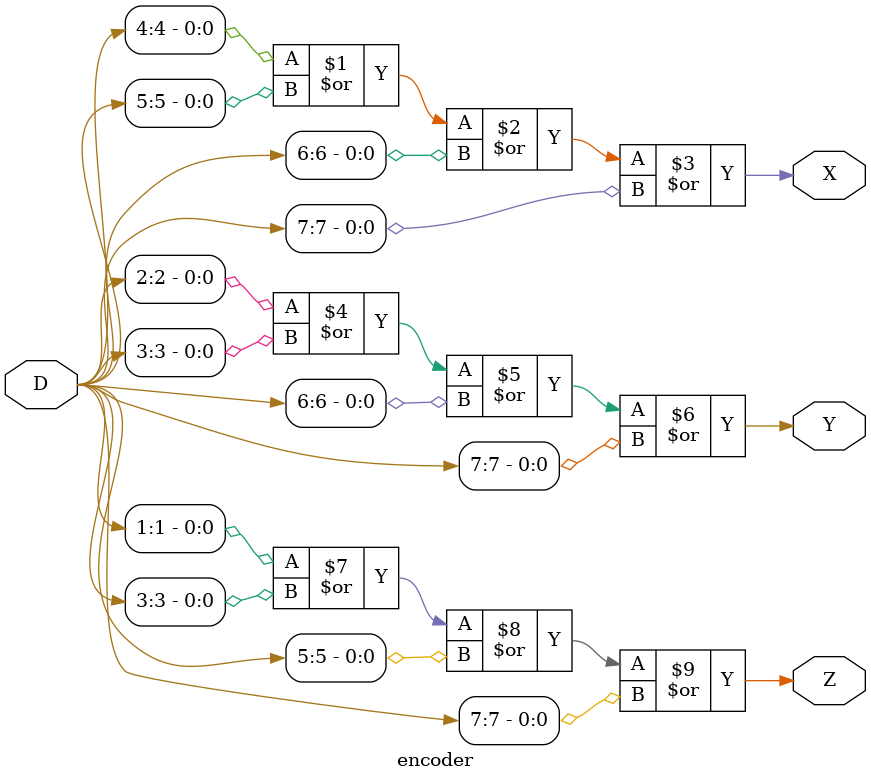
<source format=v>
module encoder (
    input [7:0] D,
    output X,Y,Z
);
    
or  or_1(X,D[4],D[5],D[6],D[7]),
    or_2(Y,D[2],D[3],D[6],D[7]),
    or_3(Z,D[1],D[3],D[5],D[7]);

endmodule
</source>
